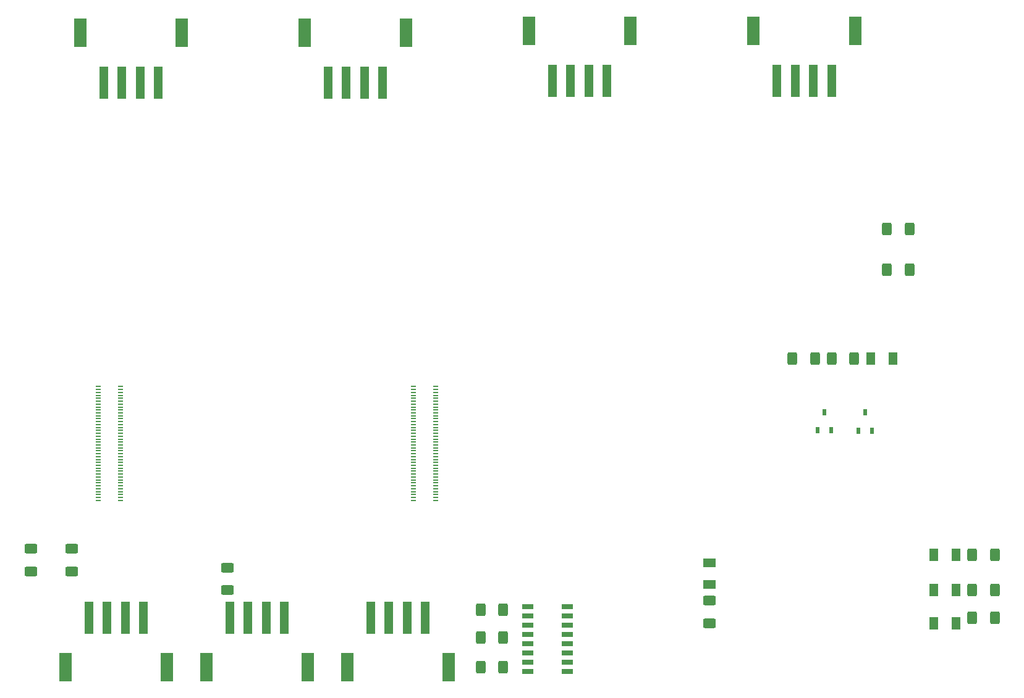
<source format=gbr>
%TF.GenerationSoftware,KiCad,Pcbnew,7.0.8*%
%TF.CreationDate,2023-12-07T17:58:44-07:00*%
%TF.ProjectId,GR-LRR-CONTROL-PCB,47522d4c-5252-42d4-934f-4e54524f4c2d,rev?*%
%TF.SameCoordinates,Original*%
%TF.FileFunction,Paste,Top*%
%TF.FilePolarity,Positive*%
%FSLAX46Y46*%
G04 Gerber Fmt 4.6, Leading zero omitted, Abs format (unit mm)*
G04 Created by KiCad (PCBNEW 7.0.8) date 2023-12-07 17:58:44*
%MOMM*%
%LPD*%
G01*
G04 APERTURE LIST*
G04 Aperture macros list*
%AMRoundRect*
0 Rectangle with rounded corners*
0 $1 Rounding radius*
0 $2 $3 $4 $5 $6 $7 $8 $9 X,Y pos of 4 corners*
0 Add a 4 corners polygon primitive as box body*
4,1,4,$2,$3,$4,$5,$6,$7,$8,$9,$2,$3,0*
0 Add four circle primitives for the rounded corners*
1,1,$1+$1,$2,$3*
1,1,$1+$1,$4,$5*
1,1,$1+$1,$6,$7*
1,1,$1+$1,$8,$9*
0 Add four rect primitives between the rounded corners*
20,1,$1+$1,$2,$3,$4,$5,0*
20,1,$1+$1,$4,$5,$6,$7,0*
20,1,$1+$1,$6,$7,$8,$9,0*
20,1,$1+$1,$8,$9,$2,$3,0*%
G04 Aperture macros list end*
%ADD10R,0.600000X0.850000*%
%ADD11R,0.700000X0.200000*%
%ADD12RoundRect,0.250000X0.400000X0.625000X-0.400000X0.625000X-0.400000X-0.625000X0.400000X-0.625000X0*%
%ADD13R,1.150000X1.800000*%
%ADD14R,1.800000X1.150000*%
%ADD15RoundRect,0.250000X-0.400000X-0.625000X0.400000X-0.625000X0.400000X0.625000X-0.400000X0.625000X0*%
%ADD16RoundRect,0.250000X-0.625000X0.400000X-0.625000X-0.400000X0.625000X-0.400000X0.625000X0.400000X0*%
%ADD17R,1.803400X3.911600*%
%ADD18R,1.295400X4.495800*%
%ADD19RoundRect,0.250000X0.625000X-0.400000X0.625000X0.400000X-0.625000X0.400000X-0.625000X-0.400000X0*%
%ADD20R,1.550000X0.650000*%
G04 APERTURE END LIST*
D10*
%TO.C,Q2*%
X163942500Y-95576380D03*
X165842500Y-95576380D03*
X164892500Y-93076380D03*
%TD*%
%TO.C,Q1*%
X158354500Y-95556380D03*
X160254500Y-95556380D03*
X159304500Y-93056380D03*
%TD*%
D11*
%TO.C,U1*%
X59842500Y-105154380D03*
X62922500Y-105154380D03*
X59842500Y-104754380D03*
X62922500Y-104754380D03*
X59842500Y-104354380D03*
X62922500Y-104354380D03*
X59842500Y-103954380D03*
X62922500Y-103954380D03*
X59842500Y-103554380D03*
X62922500Y-103554380D03*
X59842500Y-103154380D03*
X62922500Y-103154380D03*
X59842500Y-102754380D03*
X62922500Y-102754380D03*
X59842500Y-102354380D03*
X62922500Y-102354380D03*
X59842500Y-101954380D03*
X62922500Y-101954380D03*
X59842500Y-101554380D03*
X62922500Y-101554380D03*
X59842500Y-101154380D03*
X62922500Y-101154380D03*
X59842500Y-100754380D03*
X62922500Y-100754380D03*
X59842500Y-100354380D03*
X62922500Y-100354380D03*
X59842500Y-99954380D03*
X62922500Y-99954380D03*
X59842500Y-99554380D03*
X62922500Y-99554380D03*
X59842500Y-99154380D03*
X62922500Y-99154380D03*
X59842500Y-98754380D03*
X62922500Y-98754380D03*
X59842500Y-98354380D03*
X62922500Y-98354380D03*
X59842500Y-97954380D03*
X62922500Y-97954380D03*
X59842500Y-97554380D03*
X62922500Y-97554380D03*
X59842500Y-97154380D03*
X62922500Y-97154380D03*
X59842500Y-96754380D03*
X62922500Y-96754380D03*
X59842500Y-96354380D03*
X62922500Y-96354380D03*
X59842500Y-95954380D03*
X62922500Y-95954380D03*
X59842500Y-95554380D03*
X62922500Y-95554380D03*
X59842500Y-95154380D03*
X62922500Y-95154380D03*
X59842500Y-94754380D03*
X62922500Y-94754380D03*
X59842500Y-94354380D03*
X62922500Y-94354380D03*
X59842500Y-93954380D03*
X62922500Y-93954380D03*
X59842500Y-93554380D03*
X62922500Y-93554380D03*
X59842500Y-93154380D03*
X62922500Y-93154380D03*
X59842500Y-92754380D03*
X62922500Y-92754380D03*
X59842500Y-92354380D03*
X62922500Y-92354380D03*
X59842500Y-91954380D03*
X62922500Y-91954380D03*
X59842500Y-91554380D03*
X62922500Y-91554380D03*
X59842500Y-91154380D03*
X62922500Y-91154380D03*
X59842500Y-90754380D03*
X62922500Y-90754380D03*
X59842500Y-90354380D03*
X62922500Y-90354380D03*
X59842500Y-89954380D03*
X62922500Y-89954380D03*
X59842500Y-89554380D03*
X62922500Y-89554380D03*
X106102500Y-89554380D03*
X103022500Y-89554380D03*
X106102500Y-89954380D03*
X103022500Y-89954380D03*
X106102500Y-90354380D03*
X103022500Y-90354380D03*
X106102500Y-90754380D03*
X103022500Y-90754380D03*
X106102500Y-91154380D03*
X103022500Y-91154380D03*
X106102500Y-91554380D03*
X103022500Y-91554380D03*
X106102500Y-91954380D03*
X103022500Y-91954380D03*
X106102500Y-92354380D03*
X103022500Y-92354380D03*
X106102500Y-92754380D03*
X103022500Y-92754380D03*
X106102500Y-93154380D03*
X103022500Y-93154380D03*
X106102500Y-93554380D03*
X103022500Y-93554380D03*
X106102500Y-93954380D03*
X103022500Y-93954380D03*
X106102500Y-94354380D03*
X103022500Y-94354380D03*
X106102500Y-94754380D03*
X103022500Y-94754380D03*
X106102500Y-95154380D03*
X103022500Y-95154380D03*
X106102500Y-95554380D03*
X103022500Y-95554380D03*
X106102500Y-95954380D03*
X103022500Y-95954380D03*
X106102500Y-96354380D03*
X103022500Y-96354380D03*
X106102500Y-96754380D03*
X103022500Y-96754380D03*
X106102500Y-97154380D03*
X103022500Y-97154380D03*
X106102500Y-97554380D03*
X103022500Y-97554380D03*
X106102500Y-97954380D03*
X103022500Y-97954380D03*
X106102500Y-98354380D03*
X103022500Y-98354380D03*
X106102500Y-98754380D03*
X103022500Y-98754380D03*
X106102500Y-99154380D03*
X103022500Y-99154380D03*
X106102500Y-99554380D03*
X103022500Y-99554380D03*
X106102500Y-99954380D03*
X103022500Y-99954380D03*
X106102500Y-100354380D03*
X103022500Y-100354380D03*
X106102500Y-100754380D03*
X103022500Y-100754380D03*
X106102500Y-101154380D03*
X103022500Y-101154380D03*
X106102500Y-101554380D03*
X103022500Y-101554380D03*
X106102500Y-101954380D03*
X103022500Y-101954380D03*
X106102500Y-102354380D03*
X103022500Y-102354380D03*
X106102500Y-102754380D03*
X103022500Y-102754380D03*
X106102500Y-103154380D03*
X103022500Y-103154380D03*
X106102500Y-103554380D03*
X103022500Y-103554380D03*
X106102500Y-103954380D03*
X103022500Y-103954380D03*
X106102500Y-104354380D03*
X103022500Y-104354380D03*
X106102500Y-104754380D03*
X103022500Y-104754380D03*
X106102500Y-105154380D03*
X103022500Y-105154380D03*
%TD*%
D12*
%TO.C,R14*%
X115316000Y-120142000D03*
X112216000Y-120142000D03*
%TD*%
%TO.C,R13*%
X115316000Y-123952000D03*
X112216000Y-123952000D03*
%TD*%
%TO.C,R8*%
X115316000Y-128016000D03*
X112216000Y-128016000D03*
%TD*%
%TO.C,R6*%
X158060500Y-85670380D03*
X154960500Y-85670380D03*
%TD*%
D13*
%TO.C,LED4*%
X174314500Y-112594380D03*
X177314500Y-112594380D03*
%TD*%
D14*
%TO.C,LED1*%
X143556500Y-113686380D03*
X143556500Y-116686380D03*
%TD*%
D15*
%TO.C,R12*%
X179598500Y-121230380D03*
X182698500Y-121230380D03*
%TD*%
D16*
%TO.C,R7*%
X143556500Y-118918380D03*
X143556500Y-122018380D03*
%TD*%
D17*
%TO.C,J1*%
X149620501Y-40770381D03*
X163520499Y-40770381D03*
D18*
X152820500Y-47570380D03*
X155320500Y-47570380D03*
X157820500Y-47570380D03*
X160320500Y-47570380D03*
%TD*%
D12*
%TO.C,R4*%
X171014500Y-67890380D03*
X167914500Y-67890380D03*
%TD*%
D17*
%TO.C,J6*%
X88530499Y-128034291D03*
X74630501Y-128034291D03*
D18*
X85330500Y-121234292D03*
X82830500Y-121234292D03*
X80330500Y-121234292D03*
X77830500Y-121234292D03*
%TD*%
D15*
%TO.C,R5*%
X167914500Y-73478380D03*
X171014500Y-73478380D03*
%TD*%
D13*
%TO.C,LED6*%
X174314500Y-121992380D03*
X177314500Y-121992380D03*
%TD*%
%TO.C,LED2*%
X168678500Y-85670380D03*
X165678500Y-85670380D03*
%TD*%
D17*
%TO.C,J5*%
X107854499Y-128034291D03*
X93954501Y-128034291D03*
D18*
X104654500Y-121234292D03*
X102154500Y-121234292D03*
X99654500Y-121234292D03*
X97154500Y-121234292D03*
%TD*%
D17*
%TO.C,J7*%
X69226499Y-128034291D03*
X55326501Y-128034291D03*
D18*
X66026500Y-121234292D03*
X63526500Y-121234292D03*
X61026500Y-121234292D03*
X58526500Y-121234292D03*
%TD*%
D12*
%TO.C,R9*%
X163418500Y-85670380D03*
X160318500Y-85670380D03*
%TD*%
D15*
%TO.C,R11*%
X179598500Y-117420380D03*
X182698500Y-117420380D03*
%TD*%
D19*
%TO.C,R2*%
X56180500Y-114880380D03*
X56180500Y-111780380D03*
%TD*%
D15*
%TO.C,R10*%
X179598500Y-112594380D03*
X182698500Y-112594380D03*
%TD*%
D13*
%TO.C,LED5*%
X174338500Y-117420380D03*
X177338500Y-117420380D03*
%TD*%
D16*
%TO.C,R3*%
X50592500Y-111780380D03*
X50592500Y-114880380D03*
%TD*%
D17*
%TO.C,J3*%
X88092501Y-41020469D03*
X101992499Y-41020469D03*
D18*
X91292500Y-47820468D03*
X93792500Y-47820468D03*
X96292500Y-47820468D03*
X98792500Y-47820468D03*
%TD*%
D16*
%TO.C,R1*%
X77516500Y-114372380D03*
X77516500Y-117472380D03*
%TD*%
D17*
%TO.C,J4*%
X57378501Y-41024381D03*
X71278499Y-41024381D03*
D18*
X60578500Y-47824380D03*
X63078500Y-47824380D03*
X65578500Y-47824380D03*
X68078500Y-47824380D03*
%TD*%
D17*
%TO.C,J2*%
X118826501Y-40766469D03*
X132726499Y-40766469D03*
D18*
X122026500Y-47566468D03*
X124526500Y-47566468D03*
X127026500Y-47566468D03*
X129526500Y-47566468D03*
%TD*%
D20*
%TO.C,IC1*%
X124137000Y-128651000D03*
X124137000Y-127381000D03*
X124137000Y-126111000D03*
X124137000Y-124841000D03*
X124137000Y-123571000D03*
X124137000Y-122301000D03*
X124137000Y-121031000D03*
X124137000Y-119761000D03*
X118687000Y-119761000D03*
X118687000Y-121031000D03*
X118687000Y-122301000D03*
X118687000Y-123571000D03*
X118687000Y-124841000D03*
X118687000Y-126111000D03*
X118687000Y-127381000D03*
X118687000Y-128651000D03*
%TD*%
M02*

</source>
